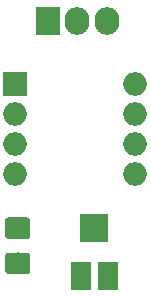
<source format=gbr>
G04 #@! TF.GenerationSoftware,KiCad,Pcbnew,(5.0.0-3-g5ebb6b6)*
G04 #@! TF.CreationDate,2018-10-06T16:58:55+02:00*
G04 #@! TF.ProjectId,tt_photometer,74745F70686F746F6D657465722E6B69,rev?*
G04 #@! TF.SameCoordinates,Original*
G04 #@! TF.FileFunction,Soldermask,Bot*
G04 #@! TF.FilePolarity,Negative*
%FSLAX46Y46*%
G04 Gerber Fmt 4.6, Leading zero omitted, Abs format (unit mm)*
G04 Created by KiCad (PCBNEW (5.0.0-3-g5ebb6b6)) date Saturday, 06. October 2018 um 16:58:55*
%MOMM*%
%LPD*%
G01*
G04 APERTURE LIST*
%ADD10R,2.100000X2.350000*%
%ADD11O,2.100000X2.350000*%
%ADD12R,2.000000X2.000000*%
%ADD13O,2.000000X2.000000*%
%ADD14R,1.700000X2.400000*%
%ADD15R,2.400000X2.400000*%
%ADD16C,0.100000*%
%ADD17C,1.825000*%
G04 APERTURE END LIST*
D10*
G04 #@! TO.C,J1*
X156210000Y-72390000D03*
D11*
X158710000Y-72390000D03*
X161210000Y-72390000D03*
G04 #@! TD*
D12*
G04 #@! TO.C,U1*
X153475001Y-77775001D03*
D13*
X163635001Y-85395001D03*
X153475001Y-80315001D03*
X163635001Y-82855001D03*
X153475001Y-82855001D03*
X163635001Y-80315001D03*
X153475001Y-85395001D03*
X163635001Y-77775001D03*
G04 #@! TD*
D14*
G04 #@! TO.C,RV1*
X158990000Y-93980000D03*
D15*
X160140000Y-89980000D03*
D14*
X161290000Y-93980000D03*
G04 #@! TD*
D16*
G04 #@! TO.C,R1*
G36*
X154456207Y-89041542D02*
X154487287Y-89046152D01*
X154517766Y-89053787D01*
X154547350Y-89064372D01*
X154575754Y-89077806D01*
X154602704Y-89093959D01*
X154627942Y-89112677D01*
X154651223Y-89133777D01*
X154672323Y-89157058D01*
X154691041Y-89182296D01*
X154707194Y-89209246D01*
X154720628Y-89237650D01*
X154731213Y-89267234D01*
X154738848Y-89297713D01*
X154743458Y-89328793D01*
X154745000Y-89360176D01*
X154745000Y-90544824D01*
X154743458Y-90576207D01*
X154738848Y-90607287D01*
X154731213Y-90637766D01*
X154720628Y-90667350D01*
X154707194Y-90695754D01*
X154691041Y-90722704D01*
X154672323Y-90747942D01*
X154651223Y-90771223D01*
X154627942Y-90792323D01*
X154602704Y-90811041D01*
X154575754Y-90827194D01*
X154547350Y-90840628D01*
X154517766Y-90851213D01*
X154487287Y-90858848D01*
X154456207Y-90863458D01*
X154424824Y-90865000D01*
X152915176Y-90865000D01*
X152883793Y-90863458D01*
X152852713Y-90858848D01*
X152822234Y-90851213D01*
X152792650Y-90840628D01*
X152764246Y-90827194D01*
X152737296Y-90811041D01*
X152712058Y-90792323D01*
X152688777Y-90771223D01*
X152667677Y-90747942D01*
X152648959Y-90722704D01*
X152632806Y-90695754D01*
X152619372Y-90667350D01*
X152608787Y-90637766D01*
X152601152Y-90607287D01*
X152596542Y-90576207D01*
X152595000Y-90544824D01*
X152595000Y-89360176D01*
X152596542Y-89328793D01*
X152601152Y-89297713D01*
X152608787Y-89267234D01*
X152619372Y-89237650D01*
X152632806Y-89209246D01*
X152648959Y-89182296D01*
X152667677Y-89157058D01*
X152688777Y-89133777D01*
X152712058Y-89112677D01*
X152737296Y-89093959D01*
X152764246Y-89077806D01*
X152792650Y-89064372D01*
X152822234Y-89053787D01*
X152852713Y-89046152D01*
X152883793Y-89041542D01*
X152915176Y-89040000D01*
X154424824Y-89040000D01*
X154456207Y-89041542D01*
X154456207Y-89041542D01*
G37*
D17*
X153670000Y-89952500D03*
D16*
G36*
X154456207Y-92016542D02*
X154487287Y-92021152D01*
X154517766Y-92028787D01*
X154547350Y-92039372D01*
X154575754Y-92052806D01*
X154602704Y-92068959D01*
X154627942Y-92087677D01*
X154651223Y-92108777D01*
X154672323Y-92132058D01*
X154691041Y-92157296D01*
X154707194Y-92184246D01*
X154720628Y-92212650D01*
X154731213Y-92242234D01*
X154738848Y-92272713D01*
X154743458Y-92303793D01*
X154745000Y-92335176D01*
X154745000Y-93519824D01*
X154743458Y-93551207D01*
X154738848Y-93582287D01*
X154731213Y-93612766D01*
X154720628Y-93642350D01*
X154707194Y-93670754D01*
X154691041Y-93697704D01*
X154672323Y-93722942D01*
X154651223Y-93746223D01*
X154627942Y-93767323D01*
X154602704Y-93786041D01*
X154575754Y-93802194D01*
X154547350Y-93815628D01*
X154517766Y-93826213D01*
X154487287Y-93833848D01*
X154456207Y-93838458D01*
X154424824Y-93840000D01*
X152915176Y-93840000D01*
X152883793Y-93838458D01*
X152852713Y-93833848D01*
X152822234Y-93826213D01*
X152792650Y-93815628D01*
X152764246Y-93802194D01*
X152737296Y-93786041D01*
X152712058Y-93767323D01*
X152688777Y-93746223D01*
X152667677Y-93722942D01*
X152648959Y-93697704D01*
X152632806Y-93670754D01*
X152619372Y-93642350D01*
X152608787Y-93612766D01*
X152601152Y-93582287D01*
X152596542Y-93551207D01*
X152595000Y-93519824D01*
X152595000Y-92335176D01*
X152596542Y-92303793D01*
X152601152Y-92272713D01*
X152608787Y-92242234D01*
X152619372Y-92212650D01*
X152632806Y-92184246D01*
X152648959Y-92157296D01*
X152667677Y-92132058D01*
X152688777Y-92108777D01*
X152712058Y-92087677D01*
X152737296Y-92068959D01*
X152764246Y-92052806D01*
X152792650Y-92039372D01*
X152822234Y-92028787D01*
X152852713Y-92021152D01*
X152883793Y-92016542D01*
X152915176Y-92015000D01*
X154424824Y-92015000D01*
X154456207Y-92016542D01*
X154456207Y-92016542D01*
G37*
D17*
X153670000Y-92927500D03*
G04 #@! TD*
M02*

</source>
